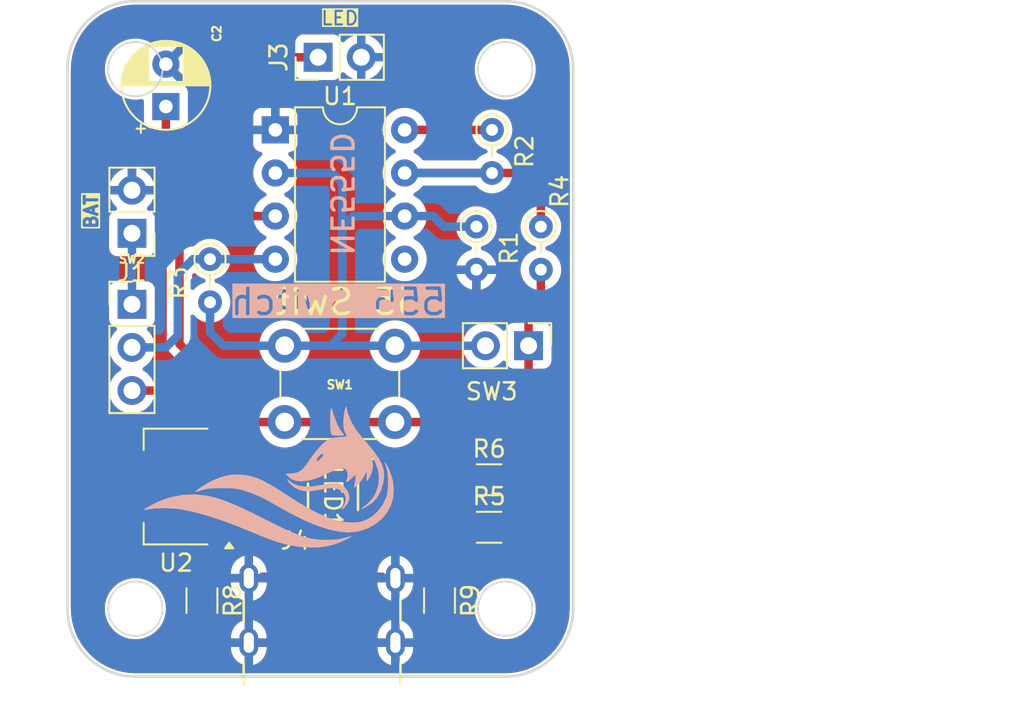
<source format=kicad_pcb>
(kicad_pcb (version 20240108) (generator "pcbnew") (generator_version "8.0")
  (layers (0 "F.Cu" signal) (31 "B.Cu" signal) (34 "B.Paste" user) (35 "F.Paste" user) (36 "B.SilkS" user "B.Silkscreen") (37 "F.SilkS" user "F.Silkscreen") (38 "B.Mask" user) (39 "F.Mask" user) (44 "Edge.Cuts" user))
  (net 0 "")
  (net 1 "Net-(C2-Pad1)")
  (net 2 "GND")
  (net 3 "Net-(U1-THR)")
  (net 4 "/VBAT")
  (net 5 "Net-(U1-DIS)")
  (net 7 "Net-(J4-CC1)")
  (net 8 "/VUSB")
  (net 9 "Net-(J3-Pin_1)")
  (net 10 "Net-(J4-CC2)")
  (net 11 "Net-(LED1-GND-Pad4)")
  (net 12 "/3V3")
  (net 13 "Net-(LED1-GND-Pad1)")
  (net 14 "VCC")
  (footprint "Package_TO_SOT_SMD:SOT-223-3_TabPin2" (layer "F.Cu") (at 116 115 180)
    (property "Reference" "U2" (at 0 -4.5 0) (layer "F.SilkS"))
    (property "Value" "AMS1117-3V3")
    (fp_line (start 1.91 3.41) (end 1.91 2.15) (stroke (width 0.12)) (layer "F.SilkS"))
    (fp_line (start 1.91 -3.41) (end 1.91 -2.15) (stroke (width 0.12)) (layer "F.SilkS"))
    (fp_line (start -1.85 3.41) (end 1.91 3.41) (stroke (width 0.12)) (layer "F.SilkS"))
    (fp_line (start -1.85 -3.41) (end 1.91 -3.41) (stroke (width 0.12)) (layer "F.SilkS"))
    (fp_poly (pts (xy -3.13 -3.31) (xy -3.37 -3.64) (xy -2.89 -3.64) (xy -3.13 -3.31)) (stroke (width 0.12)) (fill solid) (layer "F.SilkS"))
    (pad "1" smd roundrect (at -3.15 -2.3 180) (size 2 1.5) (layers "F.Cu" "F.Paste" "F.Mask") (net 8 "/VUSB"))
    (pad "2" smd roundrect (at -3.15 0 180) (size 2 1.5) (layers "F.Cu" "F.Paste" "F.Mask") (net 2 "GND"))
    (pad "2" smd roundrect (at 3.15 0 180) (size 2 3.8) (layers "F.Cu" "F.Paste" "F.Mask") (net 2 "GND"))
    (pad "3" smd roundrect (at -3.15 2.3 180) (size 2 1.5) (layers "F.Cu" "F.Paste" "F.Mask") (net 12 "/3V3"))
  )
  (footprint "Capacitor_THT:CP_Radial_D5.0mm_P2.50mm" (layer "F.Cu") (at 115.4 92.605113 90)
    (property "Reference" "C2" (at 4.3 3 -90) (layer "F.SilkS") (effects (font (size 0.5 0.5) (thickness 0.125))))
    (property "Value" "10uF")
    (fp_line (start 1.29 -2.58) (end 1.29 2.58) (stroke (width 0.12)) (layer "F.SilkS"))
    (fp_line (start 1.25 -2.58) (end 1.25 2.58) (stroke (width 0.12)) (layer "F.SilkS"))
    (fp_line (start 1.33 -2.579) (end 1.33 2.579) (stroke (width 0.12)) (layer "F.SilkS"))
    (fp_line (start 1.37 -2.578) (end 1.37 2.578) (stroke (width 0.12)) (layer "F.SilkS"))
    (fp_line (start 1.41 -2.576) (end 1.41 2.576) (stroke (width 0.12)) (layer "F.SilkS"))
    (fp_line (start 1.45 -2.573) (end 1.45 2.573) (stroke (width 0.12)) (layer "F.SilkS"))
    (fp_line (start 1.49 -2.569) (end 1.49 -1.04) (stroke (width 0.12)) (layer "F.SilkS"))
    (fp_line (start 1.53 -2.565) (end 1.53 -1.04) (stroke (width 0.12)) (layer "F.SilkS"))
    (fp_line (start 1.57 -2.561) (end 1.57 -1.04) (stroke (width 0.12)) (layer "F.SilkS"))
    (fp_line (start 1.61 -2.556) (end 1.61 -1.04) (stroke (width 0.12)) (layer "F.SilkS"))
    (fp_line (start 1.65 -2.55) (end 1.65 -1.04) (stroke (width 0.12)) (layer "F.SilkS"))
    (fp_line (start 1.69 -2.543) (end 1.69 -1.04) (stroke (width 0.12)) (layer "F.SilkS"))
    (fp_line (start 1.73 -2.536) (end 1.73 -1.04) (stroke (width 0.12)) (layer "F.SilkS"))
    (fp_line (start 1.77 -2.528) (end 1.77 -1.04) (stroke (width 0.12)) (layer "F.SilkS"))
    (fp_line (start 1.81 -2.52) (end 1.81 -1.04) (stroke (width 0.12)) (layer "F.SilkS"))
    (fp_line (start 1.85 -2.511) (end 1.85 -1.04) (stroke (width 0.12)) (layer "F.SilkS"))
    (fp_line (start 1.89 -2.501) (end 1.89 -1.04) (stroke (width 0.12)) (layer "F.SilkS"))
    (fp_line (start 1.93 -2.491) (end 1.93 -1.04) (stroke (width 0.12)) (layer "F.SilkS"))
    (fp_line (start 1.971 -2.48) (end 1.971 -1.04) (stroke (width 0.12)) (layer "F.SilkS"))
    (fp_line (start 2.011 -2.468) (end 2.011 -1.04) (stroke (width 0.12)) (layer "F.SilkS"))
    (fp_line (start 2.051 -2.455) (end 2.051 -1.04) (stroke (width 0.12)) (layer "F.SilkS"))
    (fp_line (start 2.091 -2.442) (end 2.091 -1.04) (stroke (width 0.12)) (layer "F.SilkS"))
    (fp_line (start 2.131 -2.428) (end 2.131 -1.04) (stroke (width 0.12)) (layer "F.SilkS"))
    (fp_line (start 2.171 -2.414) (end 2.171 -1.04) (stroke (width 0.12)) (layer "F.SilkS"))
    (fp_line (start 2.211 -2.398) (end 2.211 -1.04) (stroke (width 0.12)) (layer "F.SilkS"))
    (fp_line (start 2.251 -2.382) (end 2.251 -1.04) (stroke (width 0.12)) (layer "F.SilkS"))
    (fp_line (start 2.291 -2.365) (end 2.291 -1.04) (stroke (width 0.12)) (layer "F.SilkS"))
    (fp_line (start 2.331 -2.348) (end 2.331 -1.04) (stroke (width 0.12)) (layer "F.SilkS"))
    (fp_line (start 2.371 -2.329) (end 2.371 -1.04) (stroke (width 0.12)) (layer "F.SilkS"))
    (fp_line (start 2.411 -2.31) (end 2.411 -1.04) (stroke (width 0.12)) (layer "F.SilkS"))
    (fp_line (start 2.451 -2.29) (end 2.451 -1.04) (stroke (width 0.12)) (layer "F.SilkS"))
    (fp_line (start 2.491 -2.268) (end 2.491 -1.04) (stroke (width 0.12)) (layer "F.SilkS"))
    (fp_line (start 2.531 -2.247) (end 2.531 -1.04) (stroke (width 0.12)) (layer "F.SilkS"))
    (fp_line (start 2.571 -2.224) (end 2.571 -1.04) (stroke (width 0.12)) (layer "F.SilkS"))
    (fp_line (start 2.611 -2.2) (end 2.611 -1.04) (stroke (width 0.12)) (layer "F.SilkS"))
    (fp_line (start 2.651 -2.175) (end 2.651 -1.04) (stroke (width 0.12)) (layer "F.SilkS"))
    (fp_line (start 2.691 -2.149) (end 2.691 -1.04) (stroke (width 0.12)) (layer "F.SilkS"))
    (fp_line (start 2.731 -2.122) (end 2.731 -1.04) (stroke (width 0.12)) (layer "F.SilkS"))
    (fp_line (start 2.771 -2.095) (end 2.771 -1.04) (stroke (width 0.12)) (layer "F.SilkS"))
    (fp_line (start 2.811 -2.065) (end 2.811 -1.04) (stroke (width 0.12)) (layer "F.SilkS"))
    (fp_line (start 2.851 -2.035) (end 2.851 -1.04) (stroke (width 0.12)) (layer "F.SilkS"))
    (fp_line (start 2.891 -2.004) (end 2.891 -1.04) (stroke (width 0.12)) (layer "F.SilkS"))
    (fp_line (start 2.931 -1.971) (end 2.931 -1.04) (stroke (width 0.12)) (layer "F.SilkS"))
    (fp_line (start 2.971 -1.937) (end 2.971 -1.04) (stroke (width 0.12)) (layer "F.SilkS"))
    (fp_line (start 3.011 -1.901) (end 3.011 -1.04) (stroke (width 0.12)) (layer "F.SilkS"))
    (fp_line (start 3.051 -1.864) (end 3.051 -1.04) (stroke (width 0.12)) (layer "F.SilkS"))
    (fp_line (start 3.091 -1.826) (end 3.091 -1.04) (stroke (width 0.12)) (layer "F.SilkS"))
    (fp_line (start 3.131 -1.785) (end 3.131 -1.04) (stroke (width 0.12)) (layer "F.SilkS"))
    (fp_line (start 3.171 -1.743) (end 3.171 -1.04) (stroke (width 0.12)) (layer "F.SilkS"))
    (fp_line (start -1.304775 -1.725) (end -1.304775 -1.225) (stroke (width 0.12)) (layer "F.SilkS"))
    (fp_line (start 3.211 -1.699) (end 3.211 -1.04) (stroke (width 0.12)) (layer "F.SilkS"))
    (fp_line (start 3.251 -1.653) (end 3.251 -1.04) (stroke (width 0.12)) (layer "F.SilkS"))
    (fp_line (start 3.291 -1.605) (end 3.291 -1.04) (stroke (width 0.12)) (layer "F.SilkS"))
    (fp_line (start 3.331 -1.554) (end 3.331 -1.04) (stroke (width 0.12)) (layer "F.SilkS"))
    (fp_line (start 3.371 -1.5) (end 3.371 -1.04) (stroke (width 0.12)) (layer "F.SilkS"))
    (fp_line (start -1.554775 -1.475) (end -1.054775 -1.475) (stroke (width 0.12)) (layer "F.SilkS"))
    (fp_line (start 3.411 -1.443) (end 3.411 -1.04) (stroke (width 0.12)) (layer "F.SilkS"))
    (fp_line (start 3.451 -1.383) (end 3.451 -1.04) (stroke (width 0.12)) (layer "F.SilkS"))
    (fp_line (start 3.491 -1.319) (end 3.491 -1.04) (stroke (width 0.12)) (layer "F.SilkS"))
    (fp_line (start 3.531 -1.251) (end 3.531 -1.04) (stroke (width 0.12)) (layer "F.SilkS"))
    (fp_line (start 3.571 -1.178) (end 3.571 1.178) (stroke (width 0.12)) (layer "F.SilkS"))
    (fp_line (start 3.611 -1.098) (end 3.611 1.098) (stroke (width 0.12)) (layer "F.SilkS"))
    (fp_line (start 3.651 -1.011) (end 3.651 1.011) (stroke (width 0.12)) (layer "F.SilkS"))
    (fp_line (start 3.691 -0.915) (end 3.691 0.915) (stroke (width 0.12)) (layer "F.SilkS"))
    (fp_line (start 3.731 -0.805) (end 3.731 0.805) (stroke (width 0.12)) (layer "F.SilkS"))
    (fp_line (start 3.771 -0.677) (end 3.771 0.677) (stroke (width 0.12)) (layer "F.SilkS"))
    (fp_line (start 3.811 -0.518) (end 3.811 0.518) (stroke (width 0.12)) (layer "F.SilkS"))
    (fp_line (start 3.851 -0.284) (end 3.851 0.284) (stroke (width 0.12)) (layer "F.SilkS"))
    (fp_line (start 3.531 1.04) (end 3.531 1.251) (stroke (width 0.12)) (layer "F.SilkS"))
    (fp_line (start 3.491 1.04) (end 3.491 1.319) (stroke (width 0.12)) (layer "F.SilkS"))
    (fp_line (start 3.451 1.04) (end 3.451 1.383) (stroke (width 0.12)) (layer "F.SilkS"))
    (fp_line (start 3.411 1.04) (end 3.411 1.443) (stroke (width 0.12)) (layer "F.SilkS"))
    (fp_line (start 3.371 1.04) (end 3.371 1.5) (stroke (width 0.12)) (layer "F.SilkS"))
    (fp_line (start 3.331 1.04) (end 3.331 1.554) (stroke (width 0.12)) (layer "F.SilkS"))
    (fp_line (start 3.291 1.04) (end 3.291 1.605) (stroke (width 0.12)) (layer "F.SilkS"))
    (fp_line (start 3.251 1.04) (end 3.251 1.653) (stroke (width 0.12)) (layer "F.SilkS"))
    (fp_line (start 3.211 1.04) (end 3.211 1.699) (stroke (width 0.12)) (layer "F.SilkS"))
    (fp_line (start 3.171 1.04) (end 3.171 1.743) (stroke (width 0.12)) (layer "F.SilkS"))
    (fp_line (start 3.131 1.04) (end 3.131 1.785) (stroke (width 0.12)) (layer "F.SilkS"))
    (fp_line (start 3.091 1.04) (end 3.091 1.826) (stroke (width 0.12)) (layer "F.SilkS"))
    (fp_line (start 3.051 1.04) (end 3.051 1.864) (stroke (width 0.12)) (layer "F.SilkS"))
    (fp_line (start 3.011 1.04) (end 3.011 1.901) (stroke (width 0.12)) (layer "F.SilkS"))
    (fp_line (start 2.971 1.04) (end 2.971 1.937) (stroke (width 0.12)) (layer "F.SilkS"))
    (fp_line (start 2.931 1.04) (end 2.931 1.971) (stroke (width 0.12)) (layer "F.SilkS"))
    (fp_line (start 2.891 1.04) (end 2.891 2.004) (stroke (width 0.12)) (layer "F.SilkS"))
    (fp_line (start 2.851 1.04) (end 2.851 2.035) (stroke (width 0.12)) (layer "F.SilkS"))
    (fp_line (start 2.811 1.04) (end 2.811 2.065) (stroke (width 0.12)) (layer "F.SilkS"))
    (fp_line (start 2.771 1.04) (end 2.771 2.095) (stroke (width 0.12)) (layer "F.SilkS"))
    (fp_line (start 2.731 1.04) (end 2.731 2.122) (stroke (width 0.12)) (layer "F.SilkS"))
    (fp_line (start 2.691 1.04) (end 2.691 2.149) (stroke (width 0.12)) (layer "F.SilkS"))
    (fp_line (start 2.651 1.04) (end 2.651 2.175) (stroke (width 0.12)) (layer "F.SilkS"))
    (fp_line (start 2.611 1.04) (end 2.611 2.2) (stroke (width 0.12)) (layer "F.SilkS"))
    (fp_line (start 2.571 1.04) (end 2.571 2.224) (stroke (width 0.12)) (layer "F.SilkS"))
    (fp_line (start 2.531 1.04) (end 2.531 2.247) (stroke (width 0.12)) (layer "F.SilkS"))
    (fp_line (start 2.491 1.04) (end 2.491 2.268) (stroke (width 0.12)) (layer "F.SilkS"))
    (fp_line (start 2.451 1.04) (end 2.451 2.29) (stroke (width 0.12)) (layer "F.SilkS"))
    (fp_line (start 2.411 1.04) (end 2.411 2.31) (stroke (width 0.12)) (layer "F.SilkS"))
    (fp_line (start 2.371 1.04) (end 2.371 2.329) (stroke (width 0.12)) (layer "F.SilkS"))
    (fp_line (start 2.331 1.04) (end 2.331 2.348) (stroke (width 0.12)) (layer "F.SilkS"))
    (fp_line (start 2.291 1.04) (end 2.291 2.365) (stroke (width 0.12)) (layer "F.SilkS"))
    (fp_line (start 2.251 1.04) (end 2.251 2.382) (stroke (width 0.12)) (layer "F.SilkS"))
    (fp_line (start 2.211 1.04) (end 2.211 2.398) (stroke (width 0.12)) (layer "F.SilkS"))
    (fp_line (start 2.171 1.04) (end 2.171 2.414) (stroke (width 0.12)) (layer "F.SilkS"))
    (fp_line (start 2.131 1.04) (end 2.131 2.428) (stroke (width 0.12)) (layer "F.SilkS"))
    (fp_line (start 2.091 1.04) (end 2.091 2.442) (stroke (width 0.12)) (layer "F.SilkS"))
    (fp_line (start 2.051 1.04) (end 2.051 2.455) (stroke (width 0.12)) (layer "F.SilkS"))
    (fp_line (start 2.011 1.04) (end 2.011 2.468) (stroke (width 0.12)) (layer "F.SilkS"))
    (fp_line (start 1.971 1.04) (end 1.971 2.48) (stroke (width 0.12)) (layer "F.SilkS"))
    (fp_line (start 1.93 1.04) (end 1.93 2.491) (stroke (width 0.12)) (layer "F.SilkS"))
    (fp_line (start 1.89 1.04) (end 1.89 2.501) (stroke (width 0.12)) (layer "F.SilkS"))
    (fp_line (start 1.85 1.04) (end 1.85 2.511) (stroke (width 0.12)) (layer "F.SilkS"))
    (fp_line (start 1.81 1.04) (end 1.81 2.52) (stroke (width 0.12)) (layer "F.SilkS"))
    (fp_line (start 1.77 1.04) (end 1.77 2.528) (stroke (width 0.12)) (layer "F.SilkS"))
    (fp_line (start 1.73 1.04) (end 1.73 2.536) (stroke (width 0.12)) (layer "F.SilkS"))
    (fp_line (start 1.69 1.04) (end 1.69 2.543) (stroke (width 0.12)) (layer "F.SilkS"))
    (fp_line (start 1.65 1.04) (end 1.65 2.55) (stroke (width 0.12)) (layer "F.SilkS"))
    (fp_line (start 1.61 1.04) (end 1.61 2.556) (stroke (width 0.12)) (layer "F.SilkS"))
    (fp_line (start 1.57 1.04) (end 1.57 2.561) (stroke (width 0.12)) (layer "F.SilkS"))
    (fp_line (start 1.53 1.04) (end 1.53 2.565) (stroke (width 0.12)) (layer "F.SilkS"))
    (fp_line (start 1.49 1.04) (end 1.49 2.569) (stroke (width 0.12)) (layer "F.SilkS"))
    (fp_circle (center 1.25 0) (end 3.87 0) (stroke (width 0.12)) (fill none) (layer "F.SilkS"))
    (pad "1" thru_hole rect (at 0 0 90) (size 1.6 1.6) (drill 0.8) (layers "*.Cu" "*.Mask") (net 1 "Net-(C2-Pad1)"))
    (pad "2" thru_hole circle (at 2.5 0 90) (size 1.6 1.6) (drill 0.8) (layers "*.Cu" "*.Mask") (net 2 "GND"))
  )
  (footprint "Package_DIP:DIP-8_W7.62mm" (layer "F.Cu") (at 121.85 93.98)
    (property "Reference" "U1" (at 3.81 -1.98 0) (layer "F.SilkS"))
    (property "Value" "NE555D")
    (fp_line (start 1.16 -1.33) (end 1.16 8.95) (stroke (width 0.12)) (layer "F.SilkS"))
    (fp_line (start 1.16 8.95) (end 6.46 8.95) (stroke (width 0.12)) (layer "F.SilkS"))
    (fp_line (start 2.81 -1.33) (end 1.16 -1.33) (stroke (width 0.12)) (layer "F.SilkS"))
    (fp_line (start 6.46 -1.33) (end 4.81 -1.33) (stroke (width 0.12)) (layer "F.SilkS"))
    (fp_line (start 6.46 8.95) (end 6.46 -1.33) (stroke (width 0.12)) (layer "F.SilkS"))
    (fp_arc (start 4.81 -1.33) (mid 3.81 -0.33) (end 2.81 -1.33) (stroke (width 0.12)) (layer "F.SilkS"))
    (pad "1" thru_hole rect (at 0 0) (size 1.6 1.6) (drill 0.8) (layers "*.Cu" "*.Mask") (net 2 "GND"))
    (pad "2" thru_hole oval (at 0 2.54) (size 1.6 1.6) (drill 0.8) (layers "*.Cu" "*.Mask") (net 3 "Net-(U1-THR)"))
    (pad "3" thru_hole oval (at 0 5.08) (size 1.6 1.6) (drill 0.8) (layers "*.Cu" "*.Mask") (net 9 "Net-(J3-Pin_1)"))
    (pad "4" thru_hole oval (at 0 7.62) (size 1.6 1.6) (drill 0.8) (layers "*.Cu" "*.Mask") (net 14 "VCC"))
    (pad "5" thru_hole oval (at 7.62 7.62) (size 1.6 1.6) (drill 0.8) (layers "*.Cu" "*.Mask"))
    (pad "6" thru_hole oval (at 7.62 5.08) (size 1.6 1.6) (drill 0.8) (layers "*.Cu" "*.Mask") (net 3 "Net-(U1-THR)"))
    (pad "7" thru_hole oval (at 7.62 2.54) (size 1.6 1.6) (drill 0.8) (layers "*.Cu" "*.Mask") (net 5 "Net-(U1-DIS)"))
    (pad "8" thru_hole oval (at 7.62 0) (size 1.6 1.6) (drill 0.8) (layers "*.Cu" "*.Mask") (net 14 "VCC"))
  )
  (footprint "Resistor_THT:R_Axial_DIN0204_L3.6mm_D1.6mm_P2.54mm_Vertical" (layer "F.Cu") (at 137.5 99.68 -90)
    (property "Reference" "R4" (at -2.08 -1.1 90) (layer "F.SilkS"))
    (property "Value" "10k")
    (fp_line (start 0.92 0) (end 1.54 0) (stroke (width 0.12)) (layer "F.SilkS"))
    (fp_circle (center 0 0) (end 0.92 0) (stroke (width 0.12)) (fill none) (layer "F.SilkS"))
    (pad "1" thru_hole circle (at 0 0 270) (size 1.4 1.4) (drill 0.7) (layers "*.Cu" "*.Mask") (net 5 "Net-(U1-DIS)"))
    (pad "2" thru_hole oval (at 2.54 0 270) (size 1.4 1.4) (drill 0.7) (layers "*.Cu" "*.Mask") (net 1 "Net-(C2-Pad1)"))
  )
  (footprint "Resistor_SMD:R_1206_3216Metric_Pad1.30x1.75mm_HandSolder" (layer "F.Cu") (at 134.45 117.4)
    (property "Reference" "R5" (at 0 -1.82 0) (layer "F.SilkS"))
    (property "Value" "5k1")
    (fp_line (start -0.727064 -0.91) (end 0.727064 -0.91) (stroke (width 0.12)) (layer "F.SilkS"))
    (fp_line (start -0.727064 0.91) (end 0.727064 0.91) (stroke (width 0.12)) (layer "F.SilkS"))
    (pad "1" smd roundrect (at -1.55 0) (size 1.3 1.75) (layers "F.Cu" "F.Paste" "F.Mask") (roundrect_rratio 0.192308) (net 11 "Net-(LED1-GND-Pad4)"))
    (pad "2" smd roundrect (at 1.55 0) (size 1.3 1.75) (layers "F.Cu" "F.Paste" "F.Mask") (roundrect_rratio 0.192308) (net 2 "GND"))
  )
  (footprint "Connector_PinHeader_2.54mm:PinHeader_1x02_P2.54mm_Vertical" (layer "F.Cu") (at 113.4 100.075 180)
    (property "Reference" "J1" (at 0 -2.33 0) (layer "F.SilkS"))
    (property "Value" "3V3")
    (fp_line (start 1.33 1.27) (end 1.33 3.87) (stroke (width 0.12)) (layer "F.SilkS"))
    (fp_line (start -1.33 3.87) (end 1.33 3.87) (stroke (width 0.12)) (layer "F.SilkS"))
    (fp_line (start -1.33 1.27) (end 1.33 1.27) (stroke (width 0.12)) (layer "F.SilkS"))
    (fp_line (start -1.33 1.27) (end -1.33 3.87) (stroke (width 0.12)) (layer "F.SilkS"))
    (fp_line (start -1.33 0) (end -1.33 -1.33) (stroke (width 0.12)) (layer "F.SilkS"))
    (fp_line (start -1.33 -1.33) (end 0 -1.33) (stroke (width 0.12)) (layer "F.SilkS"))
    (pad "1" thru_hole rect (at 0 0 180) (size 1.7 1.7) (drill 1) (layers "*.Cu" "*.Mask") (net 4 "/VBAT"))
    (pad "2" thru_hole oval (at 0 2.54 180) (size 1.7 1.7) (drill 1) (layers "*.Cu" "*.Mask") (net 2 "GND"))
  )
  (footprint "Alexander Footprint Library:USB-C MOLEX 2171750001" (layer "F.Cu") (at 124.605 126.8)
    (property "Reference" "J4" (at -1.5875 -8.605 0) (layer "F.SilkS"))
    (property "Value" "USB-C_Receptacle_PowerOnly_6P_MOLEX-2171750001")
    (fp_line (start -4.62 -3.75) (end -4.62 -5.2) (stroke (width 0.15)) (layer "F.SilkS"))
    (fp_line (start -4.62 -0.15) (end -4.62 -1.4) (stroke (width 0.15)) (layer "F.SilkS"))
    (fp_line (start 4.62 -3.75) (end 4.62 -5.2) (stroke (width 0.15)) (layer "F.SilkS"))
    (fp_line (start 4.62 -0.15) (end 4.62 -1.4) (stroke (width 0.15)) (layer "F.SilkS"))
    (pad "A5" smd rect (at -0.5 -6.48) (size 0.7 1.2) (layers "F.Cu" "F.Paste") (net 7 "Net-(J4-CC1)"))
    (pad "A9" smd rect (at 1.52 -6.48) (size 0.76 1.2) (layers "F.Cu" "F.Paste") (net 8 "/VUSB"))
    (pad "A12" smd rect (at 2.75 -6.48) (size 0.8 1.2) (layers "F.Cu" "F.Paste") (net 2 "GND"))
    (pad "B5" smd rect (at 0.5 -6.48) (size 0.7 1.2) (layers "F.Cu" "F.Paste") (net 10 "Net-(J4-CC2)"))
    (pad "B9" smd rect (at -1.52 -6.48) (size 0.76 1.2) (layers "F.Cu" "F.Paste") (net 8 "/VUSB"))
    (pad "B12" smd rect (at -2.75 -6.48) (size 0.8 1.2) (layers "F.Cu" "F.Paste") (net 2 "GND"))
    (pad "S1" thru_hole oval (at -4.32 -2.6) (size 1.1 1.7) (drill oval 0.6 1.2) (layers "*.Cu" "*.Mask") (net 2 "GND"))
    (pad "S2" thru_hole oval (at 4.32 -2.6) (size 1.1 1.7) (drill oval 0.6 1.2) (layers "*.Cu" "*.Mask") (net 2 "GND"))
    (pad "S3" thru_hole oval (at -4.32 -6.4) (size 1.1 1.7) (drill oval 0.6 1.2) (layers "*.Cu" "*.Mask") (net 2 "GND"))
    (pad "S4" thru_hole oval (at 4.32 -6.4) (size 1.1 1.7) (drill oval 0.6 1.2) (layers "*.Cu" "*.Mask") (net 2 "GND"))
  )
  (footprint "Alexander Footprint Library:B1552_HVK-M" (layer "F.Cu") (at 125.249999 115.6002 -90)
    (property "Reference" "LED1" (at 0 0 -90) (layer "F.SilkS"))
    (property "Value" "LED-RED-GREEN-B1552USUG20D")
    (fp_line (start -0.777373 1.4732) (end 0.777373 1.4732) (stroke (width 0.1524)) (layer "F.SilkS"))
    (fp_line (start -0.777373 -1.4732) (end 0.777373 -1.4732) (stroke (width 0.1524)) (layer "F.SilkS"))
    (fp_text user "*" (at -2.2352 -1.8041 -90) (layer "F.SilkS"))
    (fp_text user "*" (at -2.2352 -1.8041 90) (layer "F.SilkS"))
    (pad "1" smd rect (at -1.6002 -0.750001 270) (size 1.1176 1.0414) (layers "F.Cu" "F.Paste" "F.Mask") (net 13 "Net-(LED1-GND-Pad1)"))
    (pad "2" smd rect (at -1.6002 0.750001 270) (size 1.1176 1.0414) (layers "F.Cu" "F.Paste" "F.Mask") (net 14 "VCC"))
    (pad "3" smd rect (at 1.6002 0.750001 270) (size 1.1176 1.0414) (layers "F.Cu" "F.Paste" "F.Mask") (net 12 "/3V3"))
    (pad "4" smd rect (at 1.6002 -0.750001 270) (size 1.1176 1.0414) (layers "F.Cu" "F.Paste" "F.Mask") (net 11 "Net-(LED1-GND-Pad4)"))
  )
  (footprint "Resistor_SMD:R_1206_3216Metric_Pad1.30x1.75mm_HandSolder" (layer "F.Cu") (at 117.525 121.72 -90)
    (property "Reference" "R8" (at 0 -1.82 90) (layer "F.SilkS"))
    (property "Value" "5K7")
    (fp_line (start -0.727064 0.91) (end 0.727064 0.91) (stroke (width 0.12)) (layer "F.SilkS"))
    (fp_line (start -0.727064 -0.91) (end 0.727064 -0.91) (stroke (width 0.12)) (layer "F.SilkS"))
    (pad "1" smd roundrect (at -1.55 0 270) (size 1.3 1.75) (layers "F.Cu" "F.Paste" "F.Mask") (roundrect_rratio 0.192308) (net 2 "GND"))
    (pad "2" smd roundrect (at 1.55 0 270) (size 1.3 1.75) (layers "F.Cu" "F.Paste" "F.Mask") (roundrect_rratio 0.192308) (net 7 "Net-(J4-CC1)"))
  )
  (footprint "Connector_PinHeader_2.54mm:PinHeader_1x03_P2.54mm_Vertical" (layer "F.Cu") (at 113.4 104.26)
    (property "Reference" "SW2" (at -0.008 -2.672 0) (layer "F.SilkS") (effects (font (size 0.5 0.5) (thickness 0.125))))
    (property "Value" "SW_SPDT")
    (fp_line (start -1.33 -1.33) (end 0 -1.33) (stroke (width 0.12)) (layer "F.SilkS"))
    (fp_line (start -1.33 0) (end -1.33 -1.33) (stroke (width 0.12)) (layer "F.SilkS"))
    (fp_line (start -1.33 1.27) (end -1.33 6.41) (stroke (width 0.12)) (layer "F.SilkS"))
    (fp_line (start -1.33 1.27) (end 1.33 1.27) (stroke (width 0.12)) (layer "F.SilkS"))
    (fp_line (start -1.33 6.41) (end 1.33 6.41) (stroke (width 0.12)) (layer "F.SilkS"))
    (fp_line (start 1.33 1.27) (end 1.33 6.41) (stroke (width 0.12)) (layer "F.SilkS"))
    (pad "1" thru_hole rect (at 0 0) (size 1.7 1.7) (drill 1) (layers "*.Cu" "*.Mask") (net 4 "/VBAT"))
    (pad "2" thru_hole oval (at 0 2.54) (size 1.7 1.7) (drill 1) (layers "*.Cu" "*.Mask") (net 14 "VCC"))
    (pad "3" thru_hole oval (at 0 5.08) (size 1.7 1.7) (drill 1) (layers "*.Cu" "*.Mask") (net 12 "/3V3"))
  )
  (footprint "Resistor_SMD:R_1206_3216Metric_Pad1.30x1.75mm_HandSolder" (layer "F.Cu") (at 134.45 114.6)
    (property "Reference" "R6" (at 0 -1.82 0) (layer "F.SilkS"))
    (property "Value" "5k1")
    (fp_line (start -0.727064 -0.91) (end 0.727064 -0.91) (stroke (width 0.12)) (layer "F.SilkS"))
    (fp_line (start -0.727064 0.91) (end 0.727064 0.91) (stroke (width 0.12)) (layer "F.SilkS"))
    (pad "1" smd roundrect (at -1.55 0) (size 1.3 1.75) (layers "F.Cu" "F.Paste" "F.Mask") (roundrect_rratio 0.192308) (net 13 "Net-(LED1-GND-Pad1)"))
    (pad "2" smd roundrect (at 1.55 0) (size 1.3 1.75) (layers "F.Cu" "F.Paste" "F.Mask") (roundrect_rratio 0.192308) (net 2 "GND"))
  )
  (footprint "Resistor_SMD:R_1206_3216Metric_Pad1.30x1.75mm_HandSolder" (layer "F.Cu") (at 131.525 121.72 -90)
    (property "Reference" "R9" (at 0 -1.82 90) (layer "F.SilkS"))
    (property "Value" "5K7")
    (fp_line (start -0.727064 0.91) (end 0.727064 0.91) (stroke (width 0.12)) (layer "F.SilkS"))
    (fp_line (start -0.727064 -0.91) (end 0.727064 -0.91) (stroke (width 0.12)) (layer "F.SilkS"))
    (pad "1" smd roundrect (at -1.55 0 270) (size 1.3 1.75) (layers "F.Cu" "F.Paste" "F.Mask") (roundrect_rratio 0.192308) (net 2 "GND"))
    (pad "2" smd roundrect (at 1.55 0 270) (size 1.3 1.75) (layers "F.Cu" "F.Paste" "F.Mask") (roundrect_rratio 0.192308) (net 10 "Net-(J4-CC2)"))
  )
  (footprint "Resistor_THT:R_Axial_DIN0204_L3.6mm_D1.6mm_P2.54mm_Vertical" (layer "F.Cu") (at 133.7 99.68 -90)
    (property "Reference" "R1" (at 1.27 -1.92 90) (layer "F.SilkS"))
    (property "Value" "10k")
    (fp_line (start 0.92 0) (end 1.54 0) (stroke (width 0.12)) (layer "F.SilkS"))
    (fp_circle (center 0 0) (end 0.92 0) (stroke (width 0.12)) (fill none) (layer "F.SilkS"))
    (pad "1" thru_hole circle (at 0 0 270) (size 1.4 1.4) (drill 0.7) (layers "*.Cu" "*.Mask") (net 3 "Net-(U1-THR)"))
    (pad "2" thru_hole oval (at 2.54 0 270) (size 1.4 1.4) (drill 0.7) (layers "*.Cu" "*.Mask") (net 2 "GND"))
  )
  (footprint "Resistor_THT:R_Axial_DIN0204_L3.6mm_D1.6mm_P2.54mm_Vertical" (layer "F.Cu") (at 134.62 93.98 -90)
    (property "Reference" "R2" (at 1.27 -1.92 90) (layer "F.SilkS"))
    (property "Value" "10k")
    (fp_line (start 0.92 0) (end 1.54 0) (stroke (width 0.12)) (layer "F.SilkS"))
    (fp_circle (center 0 0) (end 0.92 0) (stroke (width 0.12)) (fill none) (layer "F.SilkS"))
    (pad "1" thru_hole circle (at 0 0 270) (size 1.4 1.4) (drill 0.7) (layers "*.Cu" "*.Mask") (net 14 "VCC"))
    (pad "2" thru_hole oval (at 2.54 0 270) (size 1.4 1.4) (drill 0.7) (layers "*.Cu" "*.Mask") (net 5 "Net-(U1-DIS)"))
  )
  (footprint "Connector_PinHeader_2.54mm:PinHeader_1x02_P2.54mm_Vertical" (layer "F.Cu") (at 124.375 89.7 90)
    (property "Reference" "J3" (at 0 -2.33 -90) (layer "F.SilkS"))
    (property "Value" "OUT")
    (fp_line (start -1.33 -1.33) (end 0 -1.33) (stroke (width 0.12)) (layer "F.SilkS"))
    (fp_line (start -1.33 0) (end -1.33 -1.33) (stroke (width 0.12)) (layer "F.SilkS"))
    (fp_line (start 1.33 1.27) (end 1.33 3.87) (stroke (width 0.12)) (layer "F.SilkS"))
    (fp_line (start -1.33 1.27) (end 1.33 1.27) (stroke (width 0.12)) (layer "F.SilkS"))
    (fp_line (start -1.33 1.27) (end -1.33 3.87) (stroke (width 0.12)) (layer "F.SilkS"))
    (fp_line (start -1.33 3.87) (end 1.33 3.87) (stroke (width 0.12)) (layer "F.SilkS"))
    (pad "1" thru_hole rect (at 0 0 90) (size 1.7 1.7) (drill 1) (layers "*.Cu" "*.Mask") (net 9 "Net-(J3-Pin_1)"))
    (pad "2" thru_hole oval (at 0 2.54 90) (size 1.7 1.7) (drill 1) (layers "*.Cu" "*.Mask") (net 2 "GND"))
  )
  (footprint "Connector_PinHeader_2.54mm:PinHeader_1x02_P2.54mm_Vertical" (layer "F.Cu") (at 136.775 106.7 -90)
    (property "Reference" "SW3" (at 2.7 2.175 0) (layer "F.SilkS"))
    (property "Value" "SW_Reed")
    (fp_line (start -1.33 3.87) (end 1.33 3.87) (stroke (width 0.12)) (layer "F.SilkS"))
    (fp_line (start -1.33 1.27) (end -1.33 3.87) (stroke (width 0.12)) (layer "F.SilkS"))
    (fp_line (start -1.33 1.27) (end 1.33 1.27) (stroke (width 0.12)) (layer "F.SilkS"))
    (fp_line (start 1.33 1.27) (end 1.33 3.87) (stroke (width 0.12)) (layer "F.SilkS"))
    (fp_line (start -1.33 0) (end -1.33 -1.33) (stroke (width 0.12)) (layer "F.SilkS"))
    (fp_line (start -1.33 -1.33) (end 0 -1.33) (stroke (width 0.12)) (layer "F.SilkS"))
    (pad "1" thru_hole rect (at 0 0 270) (size 1.7 1.7) (drill 1) (layers "*.Cu" "*.Mask") (net 1 "Net-(C2-Pad1)"))
    (pad "2" thru_hole oval (at 0 2.54 270) (size 1.7 1.7) (drill 1) (layers "*.Cu" "*.Mask") (net 3 "Net-(U1-THR)"))
  )
  (footprint "Resistor_THT:R_Axial_DIN0204_L3.6mm_D1.6mm_P2.54mm_Vertical" (layer "F.Cu") (at 118 101.6 -90)
    (property "Reference" "R3" (at 1.4 1.84 90) (layer "F.SilkS"))
    (property "Value" "10k")
    (fp_line (start 0.92 0) (end 1.54 0) (stroke (width 0.12)) (layer "F.SilkS"))
    (fp_circle (center 0 0) (end 0.92 0) (stroke (width 0.12)) (fill none) (layer "F.SilkS"))
    (pad "1" thru_hole circle (at 0 0 270) (size 1.4 1.4) (drill 0.7) (layers "*.Cu" "*.Mask") (net 14 "VCC"))
    (pad "2" thru_hole oval (at 2.54 0 270) (size 1.4 1.4) (drill 0.7) (layers "*.Cu" "*.Mask") (net 3 "Net-(U1-THR)"))
  )
  (footprint "Button_Switch_THT:SW_PUSH_6mm" (layer "F.Cu") (at 122.4 106.7)
    (property "Reference" "SW1" (at 3.25 2.3 0) (layer "F.SilkS") (effects (font (size 0.5 0.5) (thickness 0.125))))
    (property "Value" "SW_Push")
    (fp_line (start -0.25 1.5) (end -0.25 3) (stroke (width 0.12)) (layer "F.SilkS"))
    (fp_line (start 1 5.5) (end 5.5 5.5) (stroke (width 0.12)) (layer "F.SilkS"))
    (fp_line (start 5.5 -1) (end 1 -1) (stroke (width 0.12)) (layer "F.SilkS"))
    (fp_line (start 6.75 3) (end 6.75 1.5) (stroke (width 0.12)) (layer "F.SilkS"))
    (pad "1" thru_hole circle (at 0 0 90) (size 2 2) (drill 1.1) (layers "*.Cu" "*.Mask") (net 3 "Net-(U1-THR)"))
    (pad "1" thru_hole circle (at 6.5 0 90) (size 2 2) (drill 1.1) (layers "*.Cu" "*.Mask") (net 3 "Net-(U1-THR)"))
    (pad "2" thru_hole circle (at 0 4.5 90) (size 2 2) (drill 1.1) (layers "*.Cu" "*.Mask") (net 1 "Net-(C2-Pad1)"))
    (pad "2" thru_hole circle (at 6.5 4.5 90) (size 2 2) (drill 1.1) (layers "*.Cu" "*.Mask") (net 1 "Net-(C2-Pad1)"))
  )
  (footprint "LOGO" (layer "B.Cu") (at 121.4 114.4 180)
    (property "Reference" "G***" (hide yes))
    (property "Value" "LOGO" (hide yes))
    (fp_poly (pts (xy -5.335668 -1.973085) (xy -5.363457 -2.000875) (xy -5.391247 -1.973085) (xy -5.363457 -1.945295)) (fill solid) (layer "B.SilkS"))
    (fp_poly (pts (xy -3.72712 3.989192) (xy -3.720697 3.973961) (xy -3.701102 3.866879) (xy -3.687804 3.678866) (xy -3.680882 3.439975) (xy -3.680421 3.180261) (xy -3.686502 2.929778) (xy -3.699208 2.718581) (xy -3.716893 2.584464) (xy -3.741095 2.495828) (xy -3.784399 2.444513) (xy -3.873902 2.418422) (xy -4.036701 2.405456) (xy -4.127166 2.40129) (xy -4.314775 2.400001) (xy -4.449213 2.412314) (xy -4.501944 2.435572) (xy -4.501969 2.436169) (xy -4.463752 2.510156) (xy -4.414064 2.560438) (xy -4.317104 2.679269) (xy -4.202066 2.879038) (xy -4.080896 3.133656) (xy -3.965538 3.417032) (xy -3.867936 3.703076) (xy -3.83055 3.835011) (xy -3.788365 3.978468) (xy -3.75726 4.025597)) (fill solid) (layer "B.SilkS"))
    (fp_poly (pts (xy -1.16813 -0.243105) (xy -1.254216 -0.368794) (xy -1.28983 -0.413219) (xy -1.537879 -0.635483) (xy -1.849965 -0.79747) (xy -2.187325 -0.881187) (xy -2.314341 -0.888735) (xy -2.497037 -0.877155) (xy -2.746282 -0.845689) (xy -3.020446 -0.800025) (xy -3.14804 -0.774864) (xy -3.516275 -0.710602) (xy -3.805925 -0.692046) (xy -4.04028 -0.720434) (xy -4.242632 -0.797) (xy -4.312229 -0.836658) (xy -4.497239 -1.008267) (xy -4.588805 -1.225532) (xy -4.584459 -1.470239) (xy -4.481739 -1.724177) (xy -4.44078 -1.786433) (xy -4.359302 -1.917364) (xy -4.351943 -1.969709) (xy -4.412174 -1.941384) (xy -4.533468 -1.830304) (xy -4.544045 -1.819408) (xy -4.734665 -1.563229) (xy -4.815304 -1.302684) (xy -4.806573 -1.114052) (xy -4.700145 -0.833593) (xy -4.503297 -0.610752) (xy -4.312939 -0.494963) (xy -4.14564 -0.432054) (xy -3.973801 -0.400998) (xy -3.772034 -0.401933) (xy -3.514951 -0.434994) (xy -3.177163 -0.500319) (xy -3.173511 -0.501089) (xy -2.63863 -0.587136) (xy -2.183217 -0.60137) (xy -1.801259 -0.543037) (xy -1.486742 -0.411382) (xy -1.292451 -0.264967) (xy -1.187436 -0.180532) (xy -1.145933 -0.176798)) (fill solid) (layer "B.SilkS"))
    (fp_poly (pts (xy 5.006815 -1.088445) (xy 5.716318 -1.225058) (xy 6.200827 -1.383806) (xy 6.403664 -1.468934) (xy 6.626548 -1.573239) (xy 6.848558 -1.685444) (xy 7.048775 -1.794268) (xy 7.20628 -1.888432) (xy 7.300154 -1.956656) (xy 7.315527 -1.984838) (xy 7.254956 -1.98449) (xy 7.122033 -1.961789) (xy 7.024333 -1.940189) (xy 6.806471 -1.906915) (xy 6.509925 -1.886858) (xy 6.16638 -1.879979) (xy 5.807519 -1.886237) (xy 5.465025 -1.905592) (xy 5.170583 -1.938004) (xy 5.141138 -1.942582) (xy 4.426362 -2.086382) (xy 3.63366 -2.298797) (xy 2.770609 -2.57741) (xy 1.844784 -2.919804) (xy 1.010836 -3.260583) (xy 0.441355 -3.497514) (xy -0.046623 -3.688235) (xy -0.469864 -3.838501) (xy -0.845133 -3.954062) (xy -1.189195 -4.040673) (xy -1.371928 -4.078191) (xy -1.768371 -4.138227) (xy -2.195636 -4.177783) (xy -2.616347 -4.195041) (xy -2.993123 -4.188182) (xy -3.212913 -4.167752) (xy -3.467108 -4.123955) (xy -3.736305 -4.064944) (xy -3.876552 -4.027934) (xy -4.038283 -3.972815) (xy -4.23561 -3.893936) (xy -4.4451 -3.802307) (xy -4.643316 -3.708932) (xy -4.806823 -3.624819) (xy -4.912187 -3.560974) (xy -4.93761 -3.529586) (xy -4.878362 -3.533932) (xy -4.740991 -3.564298) (xy -4.553715 -3.61434) (xy -4.52896 -3.621444) (xy -4.263761 -3.683348) (xy -3.968882 -3.720103) (xy -3.608736 -3.735703) (xy -3.501532 -3.73678) (xy -3.19922 -3.733182) (xy -2.919835 -3.716451) (xy -2.650591 -3.682285) (xy -2.378702 -3.626385) (xy -2.091382 -3.544451) (xy -1.775843 -3.432183) (xy -1.419301 -3.28528) (xy -1.008967 -3.099444) (xy -0.532057 -2.870373) (xy 0.024217 -2.593769) (xy 0.277899 -2.465774) (xy 0.908788 -2.151193) (xy 1.457458 -1.888515) (xy 1.937016 -1.672463) (xy 2.360572 -1.497764) (xy 2.741233 -1.359144) (xy 3.092107 -1.251328) (xy 3.426303 -1.169041) (xy 3.575896 -1.138716) (xy 4.289098 -1.059268)) (fill solid) (layer "B.SilkS"))
    (fp_poly (pts (xy -6.905998 0.758162) (xy -6.962759 0.600951) (xy -7.033118 0.344256) (xy -7.076378 0.016472) (xy -7.092183 -0.34585) (xy -7.080174 -0.706159) (xy -7.039992 -1.027906) (xy -6.980883 -1.250547) (xy -6.763375 -1.690507) (xy -6.474123 -2.069435) (xy -6.127243 -2.373404) (xy -5.73685 -2.588488) (xy -5.563615 -2.648878) (xy -5.327801 -2.699081) (xy -5.056923 -2.71721) (xy -4.755393 -2.708697) (xy -4.35446 -2.660239) (xy -3.927847 -2.556931) (xy -3.466953 -2.394884) (xy -2.963179 -2.17021) (xy -2.407923 -1.879024) (xy -1.792584 -1.517437) (xy -1.108562 -1.081562) (xy -1.0071 -1.01457) (xy -0.492206 -0.683257) (xy -0.044687 -0.419341) (xy 0.351284 -0.216499) (xy 0.71153 -0.068411) (xy 1.051879 0.031245) (xy 1.388155 0.088791) (xy 1.736184 0.110546) (xy 1.811196 0.11116) (xy 2.209545 0.08793) (xy 2.587906 0.011875) (xy 2.985773 -0.126555) (xy 3.220465 -0.229596) (xy 3.426096 -0.333288) (xy 3.645126 -0.457079) (xy 3.857915 -0.588021) (xy 4.044822 -0.71317) (xy 4.186205 -0.819577) (xy 4.262422 -0.894296) (xy 4.267621 -0.919833) (xy 4.208774 -0.913924) (xy 4.073957 -0.878799) (xy 3.892101 -0.822016) (xy 3.888205 -0.820718) (xy 3.725225 -0.77192) (xy 3.56218 -0.738179) (xy 3.373334 -0.71692) (xy 3.132947 -0.705567) (xy 2.815283 -0.701544) (xy 2.695624 -0.701384) (xy 2.35618 -0.703448) (xy 2.098843 -0.711561) (xy 1.894597 -0.729039) (xy 1.714421 -0.7592) (xy 1.529299 -0.805361) (xy 1.367243 -0.853246) (xy 0.950955 -0.993823) (xy 0.547075 -1.159732) (xy 0.126735 -1.364384) (xy -0.338935 -1.621188) (xy -0.542279 -1.74028) (xy -1.387822 -2.215648) (xy -2.179537 -2.606384) (xy -2.915301 -2.911815) (xy -3.59299 -3.131273) (xy -4.210479 -3.264085) (xy -4.765643 -3.30958) (xy -5.256358 -3.267087) (xy -5.328395 -3.252158) (xy -5.86764 -3.080586) (xy -6.335668 -2.830855) (xy -6.727607 -2.512655) (xy -7.038587 -2.135675) (xy -7.263735 -1.709605) (xy -7.39818 -1.244134) (xy -7.437052 -0.748952) (xy -7.375479 -0.233748) (xy -7.20859 0.291789) (xy -7.162597 0.396304) (xy -7.060917 0.603512) (xy -6.977088 0.750807) (xy -6.918438 0.830684) (xy -6.892299 0.835638)) (fill solid) (layer "B.SilkS"))
    (fp_poly (pts (xy -4.556503 3.973961) (xy -4.520533 3.840385) (xy -4.487756 3.634631) (xy -4.464038 3.395647) (xy -4.460134 3.333896) (xy -4.454225 3.038515) (xy -4.480237 2.807976) (xy -4.54713 2.598354) (xy -4.654092 2.383309) (xy -4.612375 2.364187) (xy -4.484682 2.344093) (xy -4.2961 2.32668) (xy -4.240174 2.323042) (xy -3.873323 2.277556) (xy -3.602294 2.191422) (xy -3.584521 2.182588) (xy -3.348899 2.020904) (xy -3.082371 1.766082) (xy -2.794532 1.428501) (xy -2.49498 1.018542) (xy -2.458084 0.964056) (xy -2.251081 0.669692) (xy -2.075655 0.459558) (xy -1.912351 0.319129) (xy -1.741716 0.23388) (xy -1.544295 0.189288) (xy -1.402354 0.175843) (xy -1.049214 0.153357) (xy -1.17767 0.015818) (xy -1.384103 -0.158726) (xy -1.620776 -0.258269) (xy -1.91889 -0.294599) (xy -2.000875 -0.295241) (xy -2.386755 -0.252234) (xy -2.829533 -0.133031) (xy -3.31108 0.056544) (xy -3.709428 0.253548) (xy -4.010174 0.401117) (xy -4.241961 0.478647) (xy -4.420301 0.48836) (xy -4.560706 0.432478) (xy -4.618459 0.38373) (xy -4.698395 0.231726) (xy -4.711815 0.024236) (xy -4.657293 -0.20412) (xy -4.643968 -0.236214) (xy -4.627839 -0.319252) (xy -4.677618 -0.328735) (xy -4.78048 -0.269581) (xy -4.9236 -0.146704) (xy -4.953147 -0.117698) (xy -5.168928 0.098082) (xy -5.168928 -0.11408) (xy -5.153411 -0.299881) (xy -5.115666 -0.465845) (xy -5.111793 -0.476519) (xy -5.078233 -0.591861) (xy -5.07906 -0.651197) (xy -5.13753 -0.639037) (xy -5.240535 -0.557561) (xy -5.368361 -0.428161) (xy -5.501289 -0.27223) (xy -5.619604 -0.11116) (xy -5.6963 0.018497) (xy -5.838743 0.305689) (xy -5.82342 0.013861) (xy -5.819631 -0.148953) (xy -5.826307 -0.2547) (xy -5.835886 -0.277554) (xy -5.89623 -0.229792) (xy -5.977644 -0.108472) (xy -6.063382 0.055435) (xy -6.136699 0.230957) (xy -6.171345 0.342865) (xy -6.207717 0.632127) (xy -6.178753 0.870168) (xy -6.149992 1.029127) (xy -6.140164 1.13666) (xy -6.144537 1.160875) (xy -6.177076 1.12602) (xy -6.241939 1.0129) (xy -6.326013 0.844699) (xy -6.339244 0.816636) (xy -6.49792 0.360813) (xy -6.554463 -0.096231) (xy -6.512178 -0.540542) (xy -6.374371 -0.958169) (xy -6.144345 -1.335159) (xy -5.825407 -1.657561) (xy -5.737359 -1.724292) (xy -5.56755 -1.851199) (xy -5.4929 -1.920809) (xy -5.513486 -1.933402) (xy -5.629383 -1.889262) (xy -5.764656 -1.826023) (xy -6.144627 -1.582948) (xy -6.447032 -1.261132) (xy -6.670071 -0.86317) (xy -6.811949 -0.391655) (xy -6.830695 -0.28709) (xy -6.861483 -0.001007) (xy -6.853395 0.266591) (xy -6.800141 0.528729) (xy -6.695433 0.798433) (xy -6.53298 1.088728) (xy -6.419832 1.250547) (xy -6.113786 1.250547) (xy -6.085996 1.222757) (xy -6.058206 1.250547) (xy -6.085996 1.278337) (xy -6.113786 1.250547) (xy -6.419832 1.250547) (xy -6.384164 1.301558) (xy -3.276553 1.301558) (xy -3.249487 1.2128) (xy -3.144391 1.080121) (xy -3.116748 1.051742) (xy -2.989426 0.933278) (xy -2.919109 0.895195) (xy -2.891998 0.932181) (xy -2.890153 0.964532) (xy -2.927111 1.055442) (xy -3.015279 1.172388) (xy -3.120597 1.277341) (xy -3.209007 1.332273) (xy -3.220979 1.333917) (xy -3.276553 1.301558) (xy -6.384164 1.301558) (xy -6.306493 1.41264) (xy -6.009684 1.783195) (xy -5.636262 2.213417) (xy -5.608104 2.244971) (xy -5.233172 2.714919) (xy -4.945024 3.185268) (xy -4.751728 3.642009) (xy -4.703359 3.815277) (xy -4.626773 4.1407)) (fill solid) (layer "B.SilkS"))
  )
  (gr_line (start 113.6 86.4) (end 135.4 86.4) (stroke (width 0.15)) (layer "Edge.Cuts"))
  (gr_line (start 135.4 126.2) (end 113.6 126.2) (stroke (width 0.15)) (layer "Edge.Cuts"))
  (gr_arc (start 135.4 86.4) (mid 138.228427 87.571573) (end 139.4 90.4) (stroke (width 0.15)) (layer "Edge.Cuts"))
  (gr_arc (start 113.6 126.2) (mid 110.771573 125.028427) (end 109.6 122.2) (stroke (width 0.15)) (layer "Edge.Cuts"))
  (gr_circle (center 113.6 122.2) (end 113.6 120.6) (stroke (width 0.1)) (fill none) (layer "Edge.Cuts"))
  (gr_line (start 139.4 90.4) (end 139.4 122.2) (stroke (width 0.15)) (layer "Edge.Cuts"))
  (gr_line (start 109.6 122.2) (end 109.6 90.4) (stroke (width 0.15)) (layer "Edge.Cuts"))
  (gr_circle (center 113.6 90.4) (end 113.6 88.8) (stroke (width 0.1)) (fill none) (layer "Edge.Cuts"))
  (gr_arc (start 139.4 122.2) (mid 138.228427 125.028427) (end 135.4 126.2) (stroke (width 0.15)) (layer "Edge.Cuts"))
  (gr_circle (center 135.4 90.4) (end 135.4 88.8) (stroke (width 0.1)) (fill none) (layer "Edge.Cuts"))
  (gr_circle (center 135.4 122.2) (end 135.4 120.6) (stroke (width 0.1)) (fill none) (layer "Edge.Cuts"))
  (gr_arc (start 109.6 90.4) (mid 110.771573 87.571573) (end 113.6 86.4) (stroke (width 0.15)) (layer "Edge.Cuts"))
  (gr_text "NE555D" (at 125.75 97.75 270) (layer "B.SilkS") (effects (font (size 1.25 1.25) (thickness 0.2) (bold yes)) (justify mirror)))
  (gr_text "555 Switch" (at 132 105 0) (layer "B.SilkS" knockout) (effects (font (size 1.5 1.5) (thickness 0.2) (bold yes)) (justify left bottom mirror)))
  (gr_text "BAT" (at 111 98.8 90) (layer "F.SilkS" knockout) (effects (font (size 0.75 0.75) (thickness 0.1875) (bold yes))))
  (gr_text "ON / OFF" (at 121.8 104.6 0) (layer "F.SilkS" knockout) (effects (font (size 1 1) (thickness 0.2) (bold yes)) (justify left bottom)))
  (gr_text "LED" (at 125.65 87.4 0) (layer "F.SilkS" knockout) (effects (font (size 0.8 0.8) (thickness 0.125) (bold yes))))
  (segment (start 115.4 94.8) (end 116.2 95.6) (width 0.5) (layer "F.Cu") (net 1))
  (segment (start 137.5 103.9) (end 137.5 102.22) (width 0.5) (layer "F.Cu") (net 1))
  (segment (start 136.775 110.525) (end 136.775 106.7) (width 0.5) (layer "F.Cu") (net 1))
  (segment (start 120.8 111.2) (end 122.4 111.2) (width 0.5) (layer "F.Cu") (net 1))
  (segment (start 136.775 106.7) (end 136.775 104.625) (width 0.5) (layer "F.Cu") (net 1))
  (segment (start 116.2 95.6) (end 116.2 106.6) (width 0.5) (layer "F.Cu") (net 1))
  (segment (start 136.775 104.625) (end 137.5 103.9) (width 0.5) (layer "F.Cu") (net 1))
  (segment (start 128.9 111.2) (end 136.1 111.2) (width 0.5) (layer "F.Cu") (net 1))
  (segment (start 136.1 111.2) (end 136.775 110.525) (width 0.5) (layer "F.Cu") (net 1))
  (segment (start 116.2 106.6) (end 120.8 111.2) (width 0.5) (layer "F.Cu") (net 1))
  (segment (start 122.4 111.2) (end 128.9 111.2) (width 0.5) (layer "F.Cu") (net 1))
  (segment (start 115.4 92.605113) (end 115.4 94.8) (width 0.5) (layer "F.Cu") (net 1))
  (segment (start 118 105.9) (end 118 104.14) (width 0.5) (layer "B.Cu") (net 3))
  (segment (start 125.1 106.7) (end 122.4 106.7) (width 0.5) (layer "B.Cu") (net 3))
  (segment (start 125.8 97.1) (end 125.8 99.7) (width 0.5) (layer "B.Cu") (net 3))
  (segment (start 125.8 106) (end 125.1 106.7) (width 0.5) (layer "B.Cu") (net 3))
  (segment (start 131.16 99.06) (end 131.78 99.68) (width 0.5) (layer "B.Cu") (net 3))
  (segment (start 129.47 99.06) (end 131.16 99.06) (width 0.5) (layer "B.Cu") (net 3))
  (segment (start 125.22 96.52) (end 125.8 97.1) (width 0.5) (layer "B.Cu") (net 3))
  (segment (start 134.235 106.7) (end 128.9 106.7) (width 0.5) (layer "B.Cu") (net 3))
  (segment (start 122.4 106.7) (end 118.8 106.7) (width 0.5) (layer "B.Cu") (net 3))
  (segment (start 128.9 106.7) (end 125.1 106.7) (width 0.5) (layer "B.Cu") (net 3))
  (segment (start 126.44 99.06) (end 125.8 99.7) (width 0.5) (layer "B.Cu") (net 3))
  (segment (start 125.8 99.7) (end 125.8 106) (width 0.5) (layer "B.Cu") (net 3))
  (segment (start 121.85 96.52) (end 125.22 96.52) (width 0.5) (layer "B.Cu") (net 3))
  (segment (start 118.8 106.7) (end 118 105.9) (width 0.5) (layer "B.Cu") (net 3))
  (segment (start 131.78 99.68) (end 133.7 99.68) (width 0.5) (layer "B.Cu") (net 3))
  (segment (start 129.47 99.06) (end 126.44 99.06) (width 0.5) (layer "B.Cu") (net 3))
  (segment (start 113.4 100.075) (end 113.4 104.26) (width 0.5) (layer "B.Cu") (net 4))
  (segment (start 129.54 96.52) (end 134.62 96.52) (width 0.5) (layer "F.Cu") (net 5))
  (segment (start 137.5 97.4) (end 137.5 99.68) (width 0.5) (layer "F.Cu") (net 5))
  (segment (start 136.62 96.52) (end 137.5 97.4) (width 0.5) (layer "F.Cu") (net 5))
  (segment (start 134.62 96.52) (end 136.62 96.52) (width 0.5) (layer "F.Cu") (net 5))
  (segment (start 129.47 96.52) (end 134.62 96.52) (width 0.5) (layer "B.Cu") (net 5))
  (segment (start 124.105 121.695) (end 124.105 120.32) (width 0.2) (layer "F.Cu") (net 7))
  (segment (start 123.6 122.2) (end 124.105 121.695) (width 0.2) (layer "F.Cu") (net 7))
  (segment (start 117.525 123.27) (end 117.83 123.27) (width 0.2) (layer "F.Cu") (net 7))
  (segment (start 118.9 122.2) (end 123.6 122.2) (width 0.2) (layer "F.Cu") (net 7))
  (segment (start 117.83 123.27) (end 118.9 122.2) (width 0.2) (layer "F.Cu") (net 7))
  (segment (start 126.125 120.32) (end 126.125 118.925) (width 0.5) (layer "F.Cu") (net 8))
  (segment (start 120.7 117.3) (end 121.9 118.5) (width 0.5) (layer "F.Cu") (net 8))
  (segment (start 123.1 119.3) (end 123.085 119.315) (width 0.5) (layer "F.Cu") (net 8))
  (segment (start 126.125 118.925) (end 125.7 118.5) (width 0.5) (layer "F.Cu") (net 8))
  (segment (start 123.085 119.315) (end 123.085 120.32) (width 0.5) (layer "F.Cu") (net 8))
  (segment (start 123.1 118.9) (end 123.1 119.3) (width 0.5) (layer "F.Cu") (net 8))
  (segment (start 125.7 118.5) (end 123.5 118.5) (width 0.5) (layer "F.Cu") (net 8))
  (segment (start 121.9 118.5) (end 123.5 118.5) (width 0.5) (layer "F.Cu") (net 8))
  (segment (start 123.5 118.5) (end 123.1 118.9) (width 0.5) (layer "F.Cu") (net 8))
  (segment (start 119.15 117.3) (end 120.7 117.3) (width 0.5) (layer "F.Cu") (net 8))
  (segment (start 119.6 98.1) (end 119.6 90.6) (width 0.5) (layer "F.Cu") (net 9))
  (segment (start 121.92 99.06) (end 120.56 99.06) (width 0.5) (layer "F.Cu") (net 9))
  (segment (start 120.5 89.7) (end 124.375 89.7) (width 0.5) (layer "F.Cu") (net 9))
  (segment (start 120.56 99.06) (end 119.6 98.1) (width 0.5) (layer "F.Cu") (net 9))
  (segment (start 119.6 90.6) (end 120.5 89.7) (width 0.5) (layer "F.Cu") (net 9))
  (segment (start 125.105 121.705) (end 125.6 122.2) (width 0.2) (layer "F.Cu") (net 10))
  (segment (start 131.27 123.27) (end 131.525 123.27) (width 0.2) (layer "F.Cu") (net 10))
  (segment (start 125.6 122.2) (end 130.2 122.2) (width 0.2) (layer "F.Cu") (net 10))
  (segment (start 125.105 120.32) (end 125.105 121.705) (width 0.2) (layer "F.Cu") (net 10))
  (segment (start 130.2 122.2) (end 131.27 123.27) (width 0.2) (layer "F.Cu") (net 10))
  (segment (start 113.4 109.34) (end 115.34 109.34) (width 0.5) (layer "F.Cu") (net 12))
  (segment (start 116 110) (end 116 112.1) (width 0.5) (layer "F.Cu") (net 12))
  (segment (start 116.6 112.7) (end 119.15 112.7) (width 0.5) (layer "F.Cu") (net 12))
  (segment (start 115.34 109.34) (end 116 110) (width 0.5) (layer "F.Cu") (net 12))
  (segment (start 116 112.1) (end 116.6 112.7) (width 0.5) (layer "F.Cu") (net 12))
  (segment (start 129.54 93.98) (end 134.62 93.98) (width 0.5) (layer "F.Cu") (net 14))
  (segment (start 115.4 106.8) (end 116.1 106.1) (width 0.5) (layer "B.Cu") (net 14))
  (segment (start 113.4 106.8) (end 115.4 106.8) (width 0.5) (layer "B.Cu") (net 14))
  (segment (start 117 101.6) (end 118 101.6) (width 0.5) (layer "B.Cu") (net 14))
  (segment (start 116.1 102.5) (end 117 101.6) (width 0.5) (layer "B.Cu") (net 14))
  (segment (start 121.85 101.6) (end 118 101.6) (width 0.5) (layer "B.Cu") (net 14))
  (segment (start 116.1 106.1) (end 116.1 102.5) (width 0.5) (layer "B.Cu") (net 14))
  (zone (net 2) (net_name "GND") (layer "F.Cu") (priority 1) (connect_pads (clearance 0.5)) (min_thickness 0.25) (fill yes (thermal_gap 0.5) (thermal_bridge_width 0.5) (island_removal_mode 1) (island_area_min 10))
    (polygon (pts (xy 109.6 86.4) (xy 139.4 86.4) (xy 139.4 126.2) (xy 109.6 126.2)))
  )
  (zone (net 2) (net_name "GND") (layer "B.Cu") (connect_pads (clearance 0.5)) (min_thickness 0.25) (fill yes (thermal_gap 0.5) (thermal_bridge_width 0.5) (island_removal_mode 1) (island_area_min 10))
    (polygon (pts (xy 109.6 86.4) (xy 139.4 86.4) (xy 139.6 126.2) (xy 109.6 126.2)))
  )
)
</source>
